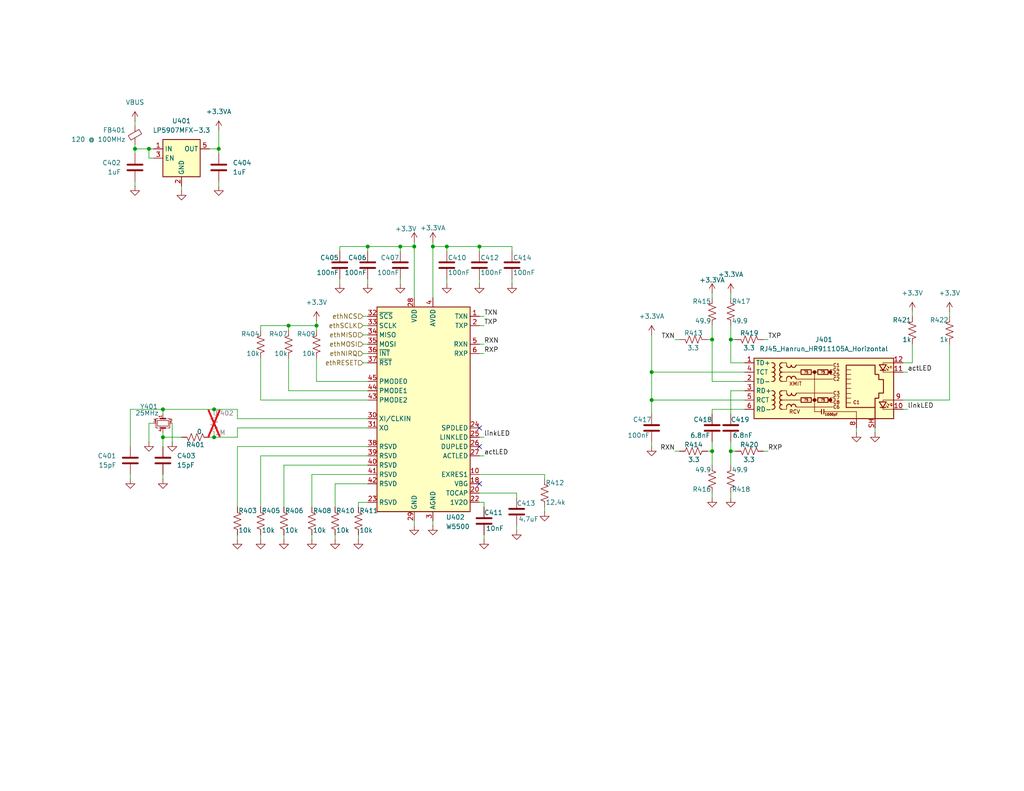
<source format=kicad_sch>
(kicad_sch (version 20250114) (generator "eeschema") (generator_version "9.0")
  (paper "USLetter")
  (title_block (date "2025-11-24") (company "WB7NAB"))
  (lib_symbols
    (symbol "Connector:RJ45_Hanrun_HR911105A_Horizontal"
      (property "Reference" "J" (at 18.415 10.16 0))
      (property "Value" "RJ45_Hanrun_HR911105A_Horizontal" (at -19.05 10.16 0))
      (symbol "RJ45_Hanrun_HR911105A_Horizontal_0_0"
        (circle (center -1.27 5.08) (radius 0.0001) (stroke (width 0.508)))
        (polyline (pts (xy -1.27 5.08) (xy -1.27 -5.715)))
        (circle (center -1.27 -2.54) (radius 0.0001) (stroke (width 0.508)))
        (polyline (pts (xy 0.635 -5.08) (xy 0.635 -6.35)) (stroke (width 0.254)))
        (polyline (pts (xy 1.27 -5.08) (xy 1.27 -6.35)) (stroke (width 0.254)))
        (polyline (pts (xy 3.048 5.08) (xy 2.54 5.08)))
        (circle (center 3.048 5.08) (radius 0.0001) (stroke (width 0.508)))
        (polyline (pts (xy 3.048 -2.54) (xy 2.54 -2.54)))
        (circle (center 3.048 -2.54) (radius 0.0001) (stroke (width 0.508)))
        (polyline (pts (xy 3.683 5.715) (xy 3.048 5.715) (xy 3.048 4.445) (xy 3.683 4.445)))
        (polyline (pts (xy 3.683 -1.905) (xy 3.048 -1.905) (xy 3.048 -3.175) (xy 3.683 -3.175)))
        (polyline (pts (xy 17.399 7.112) (xy 17.399 7.62) (xy 20.32 7.62)))
        (polyline (pts (xy 17.399 -3.048) (xy 17.399 -2.54) (xy 20.32 -2.54)))
        (polyline (pts (xy 20.32 5.08) (xy 17.399 5.08) (xy 17.399 5.588)))
        (polyline (pts (xy 20.32 -5.08) (xy 17.399 -5.08) (xy 17.399 -4.572)))
        (text "XMIT" (at -8.255 1.905 0) (effects (font (size 1.016 1.016)) (justify left)))
        (text "RCV" (at -8.255 -5.715 0) (effects (font (size 1.016 1.016)) (justify left)))
        (text "C1" (at 4.699 6.985 0) (effects (font (size 0.889 0.889))))
        (text "C4" (at 4.699 5.715 0) (effects (font (size 0.889 0.889))))
        (text "C5" (at 4.699 4.445 0) (effects (font (size 0.889 0.889))))
        (text "C2" (at 4.699 3.175 0) (effects (font (size 0.889 0.889))))
        (text "C3" (at 4.699 -0.635 0) (effects (font (size 0.889 0.889))))
        (text "C7" (at 4.699 -1.905 0) (effects (font (size 0.889 0.889))))
        (text "C8" (at 4.699 -3.175 0) (effects (font (size 0.889 0.889))))
        (text "C6" (at 4.699 -4.445 0) (effects (font (size 0.889 0.889))))
        (text "C1" (at 10.16 -3.175 0) (effects (font (size 0.889 0.889))))
      )
      (symbol "RJ45_Hanrun_HR911105A_Horizontal_0_1"
        (rectangle (start -17.78 8.89) (end 20.32 -7.62) (stroke (width 0.254)) (fill (type background)))
        (polyline (pts (xy -12.7 7.62) (xy -13.081 7.62)))
        (polyline (pts (xy -12.7 5.08) (xy -13.081 5.08)))
        (polyline (pts (xy -12.7 2.54) (xy -13.081 2.54)))
        (polyline (pts (xy -12.7 0) (xy -13.081 0)))
        (polyline (pts (xy -12.7 -2.54) (xy -13.081 -2.54)))
        (polyline (pts (xy -12.7 -5.08) (xy -13.081 -5.08)))
        (polyline (pts (xy -10.16 7.62) (xy -8.89 7.62) (xy -8.89 6.985)))
        (polyline (pts (xy -10.16 0) (xy -8.89 0) (xy -8.89 -0.635)))
        (polyline (pts (xy -8.89 3.175) (xy -8.89 2.54) (xy -10.16 2.54)))
        (polyline (pts (xy -8.89 -4.445) (xy -8.89 -5.08) (xy -10.16 -5.08)))
        (polyline (pts (xy -6.35 6.985) (xy 3.683 6.985)))
        (polyline (pts (xy -6.35 3.175) (xy 3.683 3.175)))
        (polyline (pts (xy -6.35 -4.445) (xy 3.683 -4.445)))
        (polyline (pts (xy -6.223 -0.635) (xy 3.683 -0.635)))
        (polyline (pts (xy -5.08 -2.54) (xy -10.16 -2.54)))
        (polyline (pts (xy -4.953 5.08) (xy -10.16 5.08)))
        (polyline (pts (xy -2.159 5.08) (xy -0.381 5.08)))
        (polyline (pts (xy -2.159 -2.54) (xy -0.381 -2.54)))
        (polyline (pts (xy 0.635 -5.715) (xy -1.27 -5.715)))
        (polyline (pts (xy 7.366 3.175) (xy 8.636 3.175)))
        (polyline (pts (xy 7.366 1.905) (xy 8.636 1.905)))
        (polyline (pts (xy 7.366 0.635) (xy 8.636 0.635)))
        (polyline (pts (xy 7.366 -0.762) (xy 8.636 -0.762)))
        (polyline (pts (xy 7.366 -2.032) (xy 8.636 -2.032)))
        (polyline (pts (xy 8.636 5.715) (xy 7.366 5.715)))
        (polyline (pts (xy 8.636 4.445) (xy 7.366 4.445)))
        (polyline (pts (xy 8.636 -3.302) (xy 7.366 -3.302)))
        (polyline (pts (xy 10.16 -5.715) (xy 1.27 -5.715)))
        (polyline (pts (xy 10.16 -5.715) (xy 10.16 -7.62)))
      )
      (symbol "RJ45_Hanrun_HR911105A_Horizontal_1_0"
        (text "1000pF" (at 3.302 -6.477 0) (effects (font (size 0.635 0.635))))
      )
      (symbol "RJ45_Hanrun_HR911105A_Horizontal_1_1"
        (arc (start -12.7 0) (mid -12.0677 -0.635) (end -12.7 -1.27) (stroke (width 0.254)))
        (arc (start -12.6973 7.62) (mid -12.065 6.985) (end -12.6973 6.35) (stroke (width 0.254)))
        (arc (start -12.6973 -1.27) (mid -12.065 -1.905) (end -12.6973 -2.54) (stroke (width 0.254)))
        (arc (start -12.6973 -2.54) (mid -12.065 -3.175) (end -12.6973 -3.81) (stroke (width 0.254)))
        (arc (start -12.6973 -3.81) (mid -12.065 -4.445) (end -12.6973 -5.08) (stroke (width 0.254)))
        (arc (start -12.6946 6.35) (mid -12.0623 5.715) (end -12.6946 5.08) (stroke (width 0.254)))
        (arc (start -12.6946 5.08) (mid -12.0623 4.445) (end -12.6946 3.81) (stroke (width 0.254)))
        (arc (start -12.6946 3.81) (mid -12.0623 3.175) (end -12.6946 2.54) (stroke (width 0.254)))
        (arc (start -10.1654 6.35) (mid -10.7977 6.985) (end -10.1654 7.62) (stroke (width 0.254)))
        (arc (start -10.1654 5.08) (mid -10.7977 5.715) (end -10.1654 6.35) (stroke (width 0.254)))
        (arc (start -10.1654 3.81) (mid -10.7977 4.445) (end -10.1654 5.08) (stroke (width 0.254)))
        (arc (start -10.1654 -1.27) (mid -10.7977 -0.635) (end -10.1654 0) (stroke (width 0.254)))
        (arc (start -10.1654 -2.54) (mid -10.7977 -1.905) (end -10.1654 -1.27) (stroke (width 0.254)))
        (arc (start -10.1654 -3.81) (mid -10.7977 -3.175) (end -10.1654 -2.54) (stroke (width 0.254)))
        (arc (start -10.1627 2.54) (mid -10.795 3.175) (end -10.1627 3.81) (stroke (width 0.254)))
        (arc (start -10.1627 -5.08) (mid -10.795 -4.445) (end -10.1627 -3.81) (stroke (width 0.254)))
        (arc (start -7.62 6.9823) (mid -8.255 6.35) (end -8.89 6.9823) (stroke (width 0.254)))
        (arc (start -8.89 3.3047) (mid -8.255 3.937) (end -7.62 3.3047) (stroke (width 0.254)))
        (arc (start -8.89 -4.3153) (mid -8.255 -3.683) (end -7.62 -4.3153) (stroke (width 0.254)))
        (arc (start -7.5565 -0.7012) (mid -8.1915 -1.3335) (end -8.8265 -0.7012) (stroke (width 0.254)))
        (arc (start -6.35 6.985) (mid -6.985 6.3527) (end -7.62 6.985) (stroke (width 0.254)))
        (arc (start -7.62 3.3074) (mid -6.985 3.9397) (end -6.35 3.3074) (stroke (width 0.254)))
        (arc (start -7.62 -4.3126) (mid -6.985 -3.6803) (end -6.35 -4.3126) (stroke (width 0.254)))
        (arc (start -6.2865 -0.6985) (mid -6.9215 -1.3308) (end -7.5565 -0.6985) (stroke (width 0.254)))
        (rectangle (start -4.953 5.715) (end -2.159 4.445) (stroke (width 0.254)))
        (rectangle (start -4.953 -1.905) (end -2.159 -3.175) (stroke (width 0.254)))
        (rectangle (start -0.381 5.715) (end 2.413 4.445) (stroke (width 0.254)))
        (rectangle (start -0.381 -1.905) (end 2.413 -3.175) (stroke (width 0.254)))
        (polyline (pts (xy 7.366 -4.572) (xy 7.366 6.985) (xy 15.24 6.985) (xy 15.24 4.445) (xy 16.256 4.445) (xy 16.256 3.048) (xy 17.526 3.048) (xy 17.526 -0.635) (xy 16.256 -0.635) (xy 16.256 -2.032) (xy 15.24 -2.032) (xy 15.24 -4.572) (xy 7.366 -4.572)) (stroke (width 0.254)))
        (polyline (pts (xy 15.24 -7.62) (xy 15.24 -4.572)) (stroke (width 0.254)))
        (polyline (pts (xy 18.161 5.588) (xy 16.637 5.588)) (stroke (width 0.254)))
        (polyline (pts (xy 18.161 -4.572) (xy 16.637 -4.572)) (stroke (width 0.254)))
        (polyline (pts (xy 18.288 7.112) (xy 16.383 7.112) (xy 17.399 5.588) (xy 18.288 7.112)) (stroke (width 0.254)))
        (polyline (pts (xy 18.288 6.096) (xy 18.796 5.588) (xy 18.542 5.588)))
        (polyline (pts (xy 18.288 -3.048) (xy 16.383 -3.048) (xy 17.399 -4.572) (xy 18.288 -3.048)) (stroke (width 0.254)))
        (polyline (pts (xy 18.288 -4.064) (xy 18.796 -4.572) (xy 18.542 -4.572)))
        (polyline (pts (xy 18.542 6.731) (xy 19.05 6.223) (xy 18.796 6.223)))
        (polyline (pts (xy 18.542 -3.429) (xy 19.05 -3.937) (xy 18.796 -3.937)))
        (polyline (pts (xy 18.796 5.588) (xy 18.796 5.842)))
        (polyline (pts (xy 18.796 -4.572) (xy 18.796 -4.318)))
        (polyline (pts (xy 19.05 6.223) (xy 19.05 6.477)))
        (polyline (pts (xy 19.05 -3.937) (xy 19.05 -3.683)))
        (text "75" (at -3.556 5.08 0) (effects (font (size 0.635 0.635))))
        (text "75" (at -3.556 -2.54 0) (effects (font (size 0.635 0.635))))
        (text "75" (at 1.016 5.08 0) (effects (font (size 0.635 0.635))))
        (text "75" (at 1.016 -2.54 0) (effects (font (size 0.635 0.635))))
        (text "Y" (at 19.558 6.35 0) (effects (font (size 0.635 0.635))))
        (text "G" (at 19.685 -3.81 0) (effects (font (size 0.635 0.635))))
        (pin passive line (at -20.32 7.62 0) (length 2.54) (name "TD+") (number "1"))
        (pin passive line (at -20.32 5.08 0) (length 2.54) (name "TCT") (number "4"))
        (pin passive line (at -20.32 2.54 0) (length 2.54) (name "TD-") (number "2"))
        (pin passive line (at -20.32 0 0) (length 2.54) (name "RD+") (number "3"))
        (pin passive line (at -20.32 -2.54 0) (length 2.54) (name "RCT") (number "5"))
        (pin passive line (at -20.32 -5.08 0) (length 2.54) (name "RD-") (number "6"))
        (pin power_in line (at 10.16 -10.16 90) (length 2.54) (name "") (number "8"))
        (pin passive line (at 15.24 -10.16 90) (length 2.54) (name "") (number "SH"))
        (pin no_connect line (at 20.32 0 0) (length 0) (hide yes) (name "NC") (number "7"))
        (pin passive line (at 22.86 7.62 180) (length 2.54) (name "") (number "12"))
        (pin passive line (at 22.86 5.08 180) (length 2.54) (name "") (number "11"))
        (pin passive line (at 22.86 -2.54 180) (length 2.54) (name "") (number "9"))
        (pin passive line (at 22.86 -5.08 180) (length 2.54) (name "") (number "10"))
      )
    )
    (symbol "Device:C" (pin_numbers (hide yes)) (pin_names (offset 0.254))
      (property "Reference" "C" (at 0.635 2.54 0))
      (property "Value" "C" (at 0.635 -2.54 0))
      (symbol "C_0_1"
        (polyline (pts (xy -2.032 0.762) (xy 2.032 0.762)) (stroke (width 0.508)))
        (polyline (pts (xy -2.032 -0.762) (xy 2.032 -0.762)) (stroke (width 0.508)))
      )
      (symbol "C_1_1"
        (pin passive line (at 0 3.81 270) (length 2.794) (name "~") (number "1"))
        (pin passive line (at 0 -3.81 90) (length 2.794) (name "~") (number "2"))
      )
    )
    (symbol "Device:Crystal_GND23_Small" (pin_names (offset 1.016) (hide yes))
      (property "Reference" "Y" (at 1.27 4.445 0))
      (property "Value" "Crystal_GND23_Small" (at 1.27 2.54 0))
      (symbol "Crystal_GND23_Small_0_1"
        (polyline (pts (xy -1.27 1.27) (xy -1.27 1.905) (xy 1.27 1.905) (xy 1.27 1.27)))
        (polyline (pts (xy -1.27 -0.762) (xy -1.27 0.762)) (stroke (width 0.381)))
        (polyline (pts (xy -1.27 -1.27) (xy -1.27 -1.905) (xy 1.27 -1.905) (xy 1.27 -1.27)))
        (rectangle (start -0.762 -1.524) (end 0.762 1.524))
        (polyline (pts (xy 1.27 -0.762) (xy 1.27 0.762)) (stroke (width 0.381)))
      )
      (symbol "Crystal_GND23_Small_1_1"
        (pin passive line (at -2.54 0 0) (length 1.27) (name "1") (number "1"))
        (pin passive line (at 0 2.54 270) (length 0.635) (name "3") (number "3"))
        (pin passive line (at 0 -2.54 90) (length 0.635) (name "2") (number "2"))
        (pin passive line (at 2.54 0 180) (length 1.27) (name "4") (number "4"))
      )
    )
    (symbol "Device:FerriteBead_Small" (pin_numbers (hide yes)) (pin_names (offset 0))
      (property "Reference" "FB" (at 1.905 1.27 0))
      (property "Value" "FerriteBead_Small" (at 1.905 -1.27 0))
      (symbol "FerriteBead_Small_0_1"
        (polyline (pts (xy -1.8288 0.2794) (xy -1.1176 1.4986) (xy 1.8288 -0.2032) (xy 1.1176 -1.4224) (xy -1.8288 0.2794)))
        (polyline (pts (xy 0 0.889) (xy 0 1.2954)))
        (polyline (pts (xy 0 -1.27) (xy 0 -0.7874)))
      )
      (symbol "FerriteBead_Small_1_1"
        (pin passive line (at 0 2.54 270) (length 1.27) (name "~") (number "1"))
        (pin passive line (at 0 -2.54 90) (length 1.27) (name "~") (number "2"))
      )
    )
    (symbol "Device:R_US" (pin_numbers (hide yes)) (pin_names (offset 0))
      (property "Reference" "R" (at 2.54 0 90))
      (property "Value" "R_US" (at -2.54 0 90))
      (symbol "R_US_0_1"
        (polyline (pts (xy 0 2.286) (xy 0 2.54)))
        (polyline (pts (xy 0 2.286) (xy 1.016 1.905) (xy 0 1.524) (xy -1.016 1.143) (xy 0 0.762)))
        (polyline (pts (xy 0 0.762) (xy 1.016 0.381) (xy 0 0) (xy -1.016 -0.381) (xy 0 -0.762)))
        (polyline (pts (xy 0 -0.762) (xy 1.016 -1.143) (xy 0 -1.524) (xy -1.016 -1.905) (xy 0 -2.286)))
        (polyline (pts (xy 0 -2.286) (xy 0 -2.54)))
      )
      (symbol "R_US_1_1"
        (pin passive line (at 0 3.81 270) (length 1.27) (name "~") (number "1"))
        (pin passive line (at 0 -3.81 90) (length 1.27) (name "~") (number "2"))
      )
    )
    (symbol "Interface_Ethernet:W5500"
      (property "Reference" "U" (at -11.43 29.21 0))
      (property "Value" "W5500" (at 8.89 29.21 0))
      (symbol "W5500_0_1"
        (rectangle (start -12.7 27.94) (end 12.7 -27.94) (stroke (width 0.254)) (fill (type background)))
      )
      (symbol "W5500_1_1"
        (pin input line (at -15.24 25.4 0) (length 2.54) (name "~{SCS}") (number "32"))
        (pin input line (at -15.24 22.86 0) (length 2.54) (name "SCLK") (number "33"))
        (pin output line (at -15.24 20.32 0) (length 2.54) (name "MISO") (number "34"))
        (pin input line (at -15.24 17.78 0) (length 2.54) (name "MOSI") (number "35"))
        (pin input line (at -15.24 15.24 0) (length 2.54) (name "~{INT}") (number "36"))
        (pin input line (at -15.24 12.7 0) (length 2.54) (name "~{RST}") (number "37"))
        (pin input line (at -15.24 7.62 0) (length 2.54) (name "PMODE0") (number "45"))
        (pin input line (at -15.24 5.08 0) (length 2.54) (name "PMODE1") (number "44"))
        (pin input line (at -15.24 2.54 0) (length 2.54) (name "PMODE2") (number "43"))
        (pin input line (at -15.24 -2.54 0) (length 2.54) (name "XI/CLKIN") (number "30"))
        (pin output line (at -15.24 -5.08 0) (length 2.54) (name "XO") (number "31"))
        (pin input line (at -15.24 -10.16 0) (length 2.54) (name "RSVD") (number "38"))
        (pin input line (at -15.24 -12.7 0) (length 2.54) (name "RSVD") (number "39"))
        (pin input line (at -15.24 -15.24 0) (length 2.54) (name "RSVD") (number "40"))
        (pin input line (at -15.24 -17.78 0) (length 2.54) (name "RSVD") (number "41"))
        (pin input line (at -15.24 -20.32 0) (length 2.54) (name "RSVD") (number "42"))
        (pin input line (at -15.24 -25.4 0) (length 2.54) (name "RSVD") (number "23"))
        (pin power_in line (at -2.54 30.48 270) (length 2.54) (name "VDD") (number "28"))
        (pin power_in line (at -2.54 -30.48 90) (length 2.54) (name "GND") (number "29"))
        (pin passive line (at 2.54 30.48 270) (length 2.54) (hide yes) (name "AVDD") (number "11"))
        (pin passive line (at 2.54 30.48 270) (length 2.54) (hide yes) (name "AVDD") (number "15"))
        (pin passive line (at 2.54 30.48 270) (length 2.54) (hide yes) (name "AVDD") (number "17"))
        (pin passive line (at 2.54 30.48 270) (length 2.54) (hide yes) (name "AVDD") (number "21"))
        (pin power_in line (at 2.54 30.48 270) (length 2.54) (name "AVDD") (number "4"))
        (pin passive line (at 2.54 30.48 270) (length 2.54) (hide yes) (name "AVDD") (number "8"))
        (pin passive line (at 2.54 -30.48 90) (length 2.54) (hide yes) (name "AGND") (number "14"))
        (pin passive line (at 2.54 -30.48 90) (length 2.54) (hide yes) (name "AGND") (number "16"))
        (pin passive line (at 2.54 -30.48 90) (length 2.54) (hide yes) (name "AGND") (number "19"))
        (pin power_in line (at 2.54 -30.48 90) (length 2.54) (name "AGND") (number "3"))
        (pin passive line (at 2.54 -30.48 90) (length 2.54) (hide yes) (name "AGND") (number "48"))
        (pin passive line (at 2.54 -30.48 90) (length 2.54) (hide yes) (name "AGND") (number "9"))
        (pin no_connect line (at 12.7 10.16 180) (length 2.54) (hide yes) (name "DNC") (number "7"))
        (pin no_connect line (at 12.7 7.62 180) (length 2.54) (hide yes) (name "NC") (number "12"))
        (pin no_connect line (at 12.7 5.08 180) (length 2.54) (hide yes) (name "NC") (number "13"))
        (pin no_connect line (at 12.7 2.54 180) (length 2.54) (hide yes) (name "NC") (number "46"))
        (pin no_connect line (at 12.7 0 180) (length 2.54) (hide yes) (name "NC") (number "47"))
        (pin output line (at 15.24 25.4 180) (length 2.54) (name "TXN") (number "1"))
        (pin output line (at 15.24 22.86 180) (length 2.54) (name "TXP") (number "2"))
        (pin input line (at 15.24 17.78 180) (length 2.54) (name "RXN") (number "5"))
        (pin input line (at 15.24 15.24 180) (length 2.54) (name "RXP") (number "6"))
        (pin output line (at 15.24 -5.08 180) (length 2.54) (name "SPDLED") (number "24"))
        (pin output line (at 15.24 -7.62 180) (length 2.54) (name "LINKLED") (number "25"))
        (pin output line (at 15.24 -10.16 180) (length 2.54) (name "DUPLED") (number "26"))
        (pin output line (at 15.24 -12.7 180) (length 2.54) (name "ACTLED") (number "27"))
        (pin passive line (at 15.24 -17.78 180) (length 2.54) (name "EXRES1") (number "10"))
        (pin passive line (at 15.24 -20.32 180) (length 2.54) (name "VBG") (number "18"))
        (pin passive line (at 15.24 -22.86 180) (length 2.54) (name "TOCAP") (number "20"))
        (pin output line (at 15.24 -25.4 180) (length 2.54) (name "1V2O") (number "22"))
      )
    )
    (symbol "Regulator_Linear:LP5907MFX-3.3"
      (property "Reference" "U" (at -3.81 6.35 0))
      (property "Value" "LP5907MFX-3.3" (at 6.35 6.35 0))
      (symbol "LP5907MFX-3.3_0_1"
        (rectangle (start -5.08 -5.08) (end 5.08 5.08) (stroke (width 0.254)) (fill (type background)))
        (pin power_in line (at -7.62 2.54 0) (length 2.54) (name "IN") (number "1"))
        (pin input line (at -7.62 0 0) (length 2.54) (name "EN") (number "3"))
        (pin power_in line (at 0 -7.62 90) (length 2.54) (name "GND") (number "2"))
        (pin no_connect line (at 5.08 0 180) (length 2.54) (hide yes) (name "NC") (number "4"))
        (pin power_out line (at 7.62 2.54 180) (length 2.54) (name "OUT") (number "5"))
      )
    )
    (symbol "power:+3.3V" (power) (pin_numbers (hide yes)) (pin_names (offset 0) (hide yes))
      (property "Value" "+3.3V" (at 0 3.556 0))
      (symbol "+3.3V_0_1"
        (polyline (pts (xy -0.762 1.27) (xy 0 2.54)))
        (polyline (pts (xy 0 2.54) (xy 0.762 1.27)))
        (polyline (pts (xy 0 0) (xy 0 2.54)))
      )
      (symbol "+3.3V_1_1"
        (pin power_in line (at 0 0 90) (length 0) (name "~") (number "1"))
      )
    )
    (symbol "power:+3.3VA" (power) (pin_numbers (hide yes)) (pin_names (offset 0) (hide yes))
      (property "Value" "+3.3VA" (at 0 3.556 0))
      (symbol "+3.3VA_0_1"
        (polyline (pts (xy -0.762 1.27) (xy 0 2.54)))
        (polyline (pts (xy 0 2.54) (xy 0.762 1.27)))
        (polyline (pts (xy 0 0) (xy 0 2.54)))
      )
      (symbol "+3.3VA_1_1"
        (pin power_in line (at 0 0 90) (length 0) (name "~") (number "1"))
      )
    )
    (symbol "power:GND" (power) (pin_numbers (hide yes)) (pin_names (offset 0) (hide yes))
      (property "Value" "GND" (at 0 -3.81 0))
      (symbol "GND_0_1"
        (polyline (pts (xy 0 0) (xy 0 -1.27) (xy 1.27 -1.27) (xy 0 -2.54) (xy -1.27 -1.27) (xy 0 -1.27)))
      )
      (symbol "GND_1_1"
        (pin power_in line (at 0 0 270) (length 0) (name "~") (number "1"))
      )
    )
    (symbol "power:VBUS" (power) (pin_numbers (hide yes)) (pin_names (offset 0) (hide yes))
      (property "Value" "VBUS" (at 0 3.556 0))
      (symbol "VBUS_0_1"
        (polyline (pts (xy -0.762 1.27) (xy 0 2.54)))
        (polyline (pts (xy 0 2.54) (xy 0.762 1.27)))
        (polyline (pts (xy 0 0) (xy 0 2.54)))
      )
      (symbol "VBUS_1_1"
        (pin power_in line (at 0 0 90) (length 0) (name "~") (number "1"))
      )
    )
  )
  (junction (at 130.81 67.31))
  (junction (at 121.92 67.31))
  (junction (at 36.83 40.64))
  (junction (at 194.31 92.71))
  (junction (at 194.31 123.19))
  (junction (at 118.11 67.31))
  (junction (at 86.36 88.9))
  (junction (at 44.45 119.38))
  (junction (at 78.74 88.9))
  (junction (at 40.64 40.64))
  (junction (at 199.39 92.71))
  (junction (at 113.03 67.31))
  (junction (at 58.42 119.38))
  (junction (at 177.8 101.6))
  (junction (at 44.45 111.76))
  (junction (at 177.8 109.22))
  (junction (at 199.39 123.19))
  (junction (at 100.33 67.31))
  (junction (at 59.69 40.64))
  (junction (at 58.42 111.76))
  (junction (at 109.22 67.31))
  (no_connect (at 130.81 132.08))
  (no_connect (at 130.81 121.92))
  (no_connect (at 130.81 116.84))
  (wire (pts (xy 40.64 43.18) (xy 40.64 40.64)))
  (wire (pts (xy 44.45 119.38) (xy 49.53 119.38)))
  (wire (pts (xy 71.12 146.05) (xy 71.12 147.32)))
  (wire (pts (xy 194.31 113.03) (xy 194.31 111.76)))
  (wire (pts (xy 64.77 116.84) (xy 100.33 116.84)))
  (wire (pts (xy 64.77 114.3) (xy 100.33 114.3)))
  (wire (pts (xy 130.81 96.52) (xy 132.08 96.52)))
  (wire (pts (xy 199.39 123.19) (xy 199.39 127)))
  (wire (pts (xy 86.36 97.79) (xy 86.36 104.14)))
  (wire (pts (xy 199.39 92.71) (xy 199.39 88.9)))
  (wire (pts (xy 130.81 119.38) (xy 132.08 119.38)))
  (wire (pts (xy 99.06 86.36) (xy 100.33 86.36)))
  (wire (pts (xy 41.91 43.18) (xy 40.64 43.18)))
  (wire (pts (xy 194.31 111.76) (xy 203.2 111.76)))
  (wire (pts (xy 71.12 90.17) (xy 71.12 88.9)))
  (wire (pts (xy 64.77 111.76) (xy 64.77 114.3)))
  (wire (pts (xy 248.92 85.09) (xy 248.92 86.36)))
  (wire (pts (xy 121.92 76.2) (xy 121.92 77.47)))
  (wire (pts (xy 246.38 101.6) (xy 247.65 101.6)))
  (wire (pts (xy 140.97 143.51) (xy 140.97 144.78)))
  (wire (pts (xy 92.71 67.31) (xy 100.33 67.31)))
  (wire (pts (xy 99.06 96.52) (xy 100.33 96.52)))
  (wire (pts (xy 109.22 76.2) (xy 109.22 77.47)))
  (wire (pts (xy 130.81 86.36) (xy 132.08 86.36)))
  (wire (pts (xy 130.81 137.16) (xy 132.08 137.16)))
  (wire (pts (xy 35.56 121.92) (xy 35.56 111.76)))
  (wire (pts (xy 71.12 124.46) (xy 71.12 138.43)))
  (wire (pts (xy 199.39 92.71) (xy 199.39 99.06)))
  (wire (pts (xy 113.03 66.04) (xy 113.03 67.31)))
  (wire (pts (xy 177.8 120.65) (xy 177.8 121.92)))
  (wire (pts (xy 36.83 39.37) (xy 36.83 40.64)))
  (wire (pts (xy 36.83 41.91) (xy 36.83 40.64)))
  (wire (pts (xy 109.22 67.31) (xy 113.03 67.31)))
  (wire (pts (xy 100.33 129.54) (xy 85.09 129.54)))
  (wire (pts (xy 100.33 67.31) (xy 100.33 68.58)))
  (wire (pts (xy 59.69 40.64) (xy 59.69 41.91)))
  (wire (pts (xy 35.56 111.76) (xy 44.45 111.76)))
  (wire (pts (xy 130.81 134.62) (xy 140.97 134.62)))
  (wire (pts (xy 148.59 129.54) (xy 130.81 129.54)))
  (wire (pts (xy 194.31 127) (xy 194.31 123.19)))
  (wire (pts (xy 97.79 146.05) (xy 97.79 147.32)))
  (wire (pts (xy 177.8 91.44) (xy 177.8 101.6)))
  (wire (pts (xy 91.44 132.08) (xy 91.44 138.43)))
  (wire (pts (xy 199.39 80.01) (xy 199.39 81.28)))
  (wire (pts (xy 44.45 118.11) (xy 44.45 119.38)))
  (wire (pts (xy 194.31 88.9) (xy 194.31 92.71)))
  (wire (pts (xy 132.08 146.05) (xy 132.08 147.32)))
  (wire (pts (xy 92.71 76.2) (xy 92.71 77.47)))
  (wire (pts (xy 64.77 146.05) (xy 64.77 147.32)))
  (wire (pts (xy 203.2 99.06) (xy 199.39 99.06)))
  (wire (pts (xy 85.09 146.05) (xy 85.09 147.32)))
  (wire (pts (xy 99.06 99.06) (xy 100.33 99.06)))
  (wire (pts (xy 99.06 93.98) (xy 100.33 93.98)))
  (wire (pts (xy 78.74 97.79) (xy 78.74 106.68)))
  (wire (pts (xy 46.99 115.57) (xy 46.99 120.65)))
  (wire (pts (xy 44.45 113.03) (xy 44.45 111.76)))
  (wire (pts (xy 86.36 88.9) (xy 86.36 90.17)))
  (wire (pts (xy 40.64 40.64) (xy 41.91 40.64)))
  (wire (pts (xy 118.11 67.31) (xy 118.11 81.28)))
  (wire (pts (xy 86.36 88.9) (xy 86.36 87.63)))
  (wire (pts (xy 199.39 135.89) (xy 199.39 134.62)))
  (wire (pts (xy 71.12 109.22) (xy 100.33 109.22)))
  (wire (pts (xy 118.11 142.24) (xy 118.11 143.51)))
  (wire (pts (xy 97.79 138.43) (xy 97.79 137.16)))
  (wire (pts (xy 49.53 50.8) (xy 49.53 52.07)))
  (wire (pts (xy 100.33 67.31) (xy 109.22 67.31)))
  (wire (pts (xy 177.8 109.22) (xy 203.2 109.22)))
  (wire (pts (xy 57.15 119.38) (xy 58.42 119.38)))
  (wire (pts (xy 36.83 40.64) (xy 40.64 40.64)))
  (wire (pts (xy 132.08 137.16) (xy 132.08 138.43)))
  (wire (pts (xy 77.47 146.05) (xy 77.47 147.32)))
  (wire (pts (xy 109.22 67.31) (xy 109.22 68.58)))
  (wire (pts (xy 118.11 67.31) (xy 121.92 67.31)))
  (wire (pts (xy 177.8 101.6) (xy 177.8 109.22)))
  (wire (pts (xy 130.81 93.98) (xy 132.08 93.98)))
  (wire (pts (xy 177.8 101.6) (xy 203.2 101.6)))
  (wire (pts (xy 194.31 123.19) (xy 194.31 120.65)))
  (wire (pts (xy 194.31 135.89) (xy 194.31 134.62)))
  (wire (pts (xy 184.15 92.71) (xy 185.42 92.71)))
  (wire (pts (xy 64.77 121.92) (xy 64.77 138.43)))
  (wire (pts (xy 148.59 138.43) (xy 148.59 139.7)))
  (wire (pts (xy 97.79 137.16) (xy 100.33 137.16)))
  (wire (pts (xy 184.15 123.19) (xy 185.42 123.19)))
  (wire (pts (xy 148.59 130.81) (xy 148.59 129.54)))
  (wire (pts (xy 233.68 116.84) (xy 233.68 118.11)))
  (wire (pts (xy 199.39 120.65) (xy 199.39 123.19)))
  (wire (pts (xy 36.83 33.02) (xy 36.83 34.29)))
  (wire (pts (xy 59.69 35.56) (xy 59.69 40.64)))
  (wire (pts (xy 209.55 123.19) (xy 208.28 123.19)))
  (wire (pts (xy 259.08 85.09) (xy 259.08 86.36)))
  (wire (pts (xy 113.03 142.24) (xy 113.03 143.51)))
  (wire (pts (xy 199.39 106.68) (xy 199.39 113.03)))
  (wire (pts (xy 100.33 124.46) (xy 71.12 124.46)))
  (wire (pts (xy 92.71 68.58) (xy 92.71 67.31)))
  (wire (pts (xy 130.81 67.31) (xy 130.81 68.58)))
  (wire (pts (xy 194.31 80.01) (xy 194.31 81.28)))
  (wire (pts (xy 100.33 132.08) (xy 91.44 132.08)))
  (wire (pts (xy 199.39 123.19) (xy 200.66 123.19)))
  (wire (pts (xy 100.33 76.2) (xy 100.33 77.47)))
  (wire (pts (xy 85.09 129.54) (xy 85.09 138.43)))
  (wire (pts (xy 78.74 88.9) (xy 78.74 90.17)))
  (wire (pts (xy 100.33 127) (xy 77.47 127)))
  (wire (pts (xy 238.76 116.84) (xy 238.76 118.11)))
  (wire (pts (xy 113.03 67.31) (xy 113.03 81.28)))
  (wire (pts (xy 44.45 129.54) (xy 44.45 130.81)))
  (wire (pts (xy 248.92 93.98) (xy 248.92 99.06)))
  (wire (pts (xy 140.97 134.62) (xy 140.97 135.89)))
  (wire (pts (xy 41.91 115.57) (xy 40.64 115.57)))
  (wire (pts (xy 78.74 88.9) (xy 86.36 88.9)))
  (wire (pts (xy 99.06 91.44) (xy 100.33 91.44)))
  (wire (pts (xy 58.42 119.38) (xy 64.77 119.38)))
  (wire (pts (xy 64.77 119.38) (xy 64.77 116.84)))
  (wire (pts (xy 44.45 119.38) (xy 44.45 121.92)))
  (wire (pts (xy 246.38 111.76) (xy 247.65 111.76)))
  (wire (pts (xy 194.31 104.14) (xy 203.2 104.14)))
  (wire (pts (xy 193.04 123.19) (xy 194.31 123.19)))
  (wire (pts (xy 77.47 127) (xy 77.47 138.43)))
  (wire (pts (xy 44.45 111.76) (xy 58.42 111.76)))
  (wire (pts (xy 208.28 92.71) (xy 209.55 92.71)))
  (wire (pts (xy 130.81 124.46) (xy 132.08 124.46)))
  (wire (pts (xy 259.08 109.22) (xy 246.38 109.22)))
  (wire (pts (xy 193.04 92.71) (xy 194.31 92.71)))
  (wire (pts (xy 40.64 115.57) (xy 40.64 120.65)))
  (wire (pts (xy 121.92 67.31) (xy 130.81 67.31)))
  (wire (pts (xy 259.08 93.98) (xy 259.08 109.22)))
  (wire (pts (xy 248.92 99.06) (xy 246.38 99.06)))
  (wire (pts (xy 130.81 67.31) (xy 139.7 67.31)))
  (wire (pts (xy 130.81 76.2) (xy 130.81 77.47)))
  (wire (pts (xy 86.36 104.14) (xy 100.33 104.14)))
  (wire (pts (xy 130.81 88.9) (xy 132.08 88.9)))
  (wire (pts (xy 59.69 49.53) (xy 59.69 50.8)))
  (wire (pts (xy 35.56 129.54) (xy 35.56 130.81)))
  (wire (pts (xy 71.12 97.79) (xy 71.12 109.22)))
  (wire (pts (xy 71.12 88.9) (xy 78.74 88.9)))
  (wire (pts (xy 121.92 67.31) (xy 121.92 68.58)))
  (wire (pts (xy 177.8 109.22) (xy 177.8 113.03)))
  (wire (pts (xy 91.44 146.05) (xy 91.44 147.32)))
  (wire (pts (xy 118.11 66.04) (xy 118.11 67.31)))
  (wire (pts (xy 200.66 92.71) (xy 199.39 92.71)))
  (wire (pts (xy 58.42 111.76) (xy 64.77 111.76)))
  (wire (pts (xy 139.7 67.31) (xy 139.7 68.58)))
  (wire (pts (xy 57.15 40.64) (xy 59.69 40.64)))
  (wire (pts (xy 199.39 106.68) (xy 203.2 106.68)))
  (wire (pts (xy 78.74 106.68) (xy 100.33 106.68)))
  (wire (pts (xy 99.06 88.9) (xy 100.33 88.9)))
  (wire (pts (xy 139.7 76.2) (xy 139.7 77.47)))
  (wire (pts (xy 36.83 49.53) (xy 36.83 50.8)))
  (wire (pts (xy 194.31 92.71) (xy 194.31 104.14)))
  (wire (pts (xy 100.33 121.92) (xy 64.77 121.92)))
  (label "TXN" (at 132.08 86.36 0))
  (label "RXP" (at 132.08 96.52 0))
  (label "RXN" (at 184.15 123.19 180))
  (label "actLED" (at 247.65 101.6 0))
  (label "TXN" (at 184.15 92.71 180))
  (label "TXP" (at 132.08 88.9 0))
  (label "TXP" (at 209.55 92.71 0))
  (label "actLED" (at 132.08 124.46 0))
  (label "RXP" (at 209.55 123.19 0))
  (label "linkLED" (at 132.08 119.38 0))
  (label "linkLED" (at 247.65 111.76 0))
  (label "RXN" (at 132.08 93.98 0))
  (hierarchical_label "ethNIRQ" (shape input) (at 99.06 96.52 180))
  (hierarchical_label "ethMISO" (shape input) (at 99.06 91.44 180))
  (hierarchical_label "ethRESET" (shape input) (at 99.06 99.06 180))
  (hierarchical_label "ethNCS" (shape input) (at 99.06 86.36 180))
  (hierarchical_label "ethMOSI" (shape input) (at 99.06 93.98 180))
  (hierarchical_label "ethSCLK" (shape input) (at 99.06 88.9 180))
  (symbol (lib_id "Device:R_US") (at 259.08 90.17 0) (mirror y) (unit 1)
    (property "Reference" "R422" (at 258.826 87.376 0) (effects (justify left)))
    (property "Value" "1k" (at 258.826 92.71 0) (effects (justify left)))
    (property "Footprint" "Resistor_SMD:R_0603_1608Metric" (effects (hide yes)))
    (property "Description" "Resistor, US symbol" (effects (hide yes)))
  )
  (symbol (lib_id "Device:R_US") (at 204.47 123.19 90) (mirror x) (unit 1)
    (property "Reference" "R420" (at 207.01 121.412 90) (effects (justify left)))
    (property "Value" "3.3" (at 205.994 125.476 90) (effects (justify left)))
    (property "Footprint" "Resistor_SMD:R_0603_1608Metric" (effects (hide yes)))
    (property "Description" "Resistor, US symbol" (effects (hide yes)))
  )
  (symbol (lib_id "Device:R_US") (at 199.39 130.81 0) (mirror x) (unit 1)
    (property "Reference" "R418" (at 199.644 133.604 0) (effects (justify left)))
    (property "Value" "49.9" (at 199.644 128.27 0) (effects (justify left)))
    (property "Footprint" "Resistor_SMD:R_0603_1608Metric" (effects (hide yes)))
    (property "Description" "Resistor, US symbol" (effects (hide yes)))
  )
  (symbol (lib_id "power:GND") (at 59.69 50.8 0) (unit 1)
    (property "Reference" "#PWR0409" (effects (hide yes)))
    (property "Value" "GND" (effects (hide yes)))
    (property "Description" "Power symbol creates a global label with name \"GND\" , ground" (effects (hide yes)))
  )
  (symbol (lib_id "power:GND") (at 132.08 147.32 0) (unit 1)
    (property "Reference" "#PWR0427" (effects (hide yes)))
    (property "Value" "GND" (effects (hide yes)))
    (property "Description" "Power symbol creates a global label with name \"GND\" , ground" (effects (hide yes)))
  )
  (symbol (lib_id "power:GND") (at 199.39 135.89 0) (unit 1)
    (property "Reference" "#PWR0439" (effects (hide yes)))
    (property "Value" "GND" (effects (hide yes)))
    (property "Description" "Power symbol creates a global label with name \"GND\" , ground" (effects (hide yes)))
  )
  (symbol (lib_id "Device:R_US") (at 194.31 130.81 180) (unit 1)
    (property "Reference" "R416" (at 194.056 133.604 0) (effects (justify left)))
    (property "Value" "49.9" (at 194.056 128.27 0) (effects (justify left)))
    (property "Footprint" "Resistor_SMD:R_0603_1608Metric" (effects (hide yes)))
    (property "Description" "Resistor, US symbol" (effects (hide yes)))
  )
  (symbol (lib_id "power:+3.3VA") (at 59.69 35.56 0) (unit 1)
    (property "Reference" "#PWR0408" (effects (hide yes)))
    (property "Value" "+3.3VA" (at 59.69 30.48 0))
    (property "Description" "Power symbol creates a global label with name \"+3.3VA\"" (effects (hide yes)))
  )
  (symbol (lib_id "power:GND") (at 100.33 77.47 0) (unit 1)
    (property "Reference" "#PWR0414" (effects (hide yes)))
    (property "Value" "GND" (effects (hide yes)))
    (property "Description" "Power symbol creates a global label with name \"GND\" , ground" (effects (hide yes)))
  )
  (symbol (lib_id "power:GND") (at 64.77 147.32 0) (unit 1)
    (property "Reference" "#PWR0410" (effects (hide yes)))
    (property "Value" "GND" (effects (hide yes)))
    (property "Description" "Power symbol creates a global label with name \"GND\" , ground" (effects (hide yes)))
  )
  (symbol (lib_id "Device:R_US") (at 64.77 142.24 0) (unit 1)
    (property "Reference" "R403" (at 65.024 139.446 0) (effects (justify left)))
    (property "Value" "10k" (at 65.024 144.78 0) (effects (justify left)))
    (property "Footprint" "Resistor_SMD:R_0603_1608Metric" (effects (hide yes)))
    (property "Description" "Resistor, US symbol" (effects (hide yes)))
  )
  (symbol (lib_id "power:+3.3VA") (at 199.39 80.01 0) (unit 1)
    (property "Reference" "#PWR0438" (effects (hide yes)))
    (property "Value" "+3.3VA" (at 199.39 74.93 0))
    (property "Description" "Power symbol creates a global label with name \"+3.3VA\"" (effects (hide yes)))
  )
  (symbol (lib_id "power:VBUS") (at 36.83 33.02 0) (unit 1)
    (property "Reference" "#PWR0402" (effects (hide yes)))
    (property "Value" "VBUS" (at 36.83 27.94 0))
    (property "Description" "Power symbol creates a global label with name \"VBUS\"" (effects (hide yes)))
  )
  (symbol (lib_id "Device:C") (at 92.71 72.39 0) (unit 1)
    (property "Reference" "C405" (at 92.456 70.358 0) (effects (justify right)))
    (property "Value" "100nF" (at 92.456 74.422 0) (effects (justify right)))
    (property "Footprint" "Capacitor_SMD:C_0603_1608Metric" (effects (hide yes)))
    (property "Description" "Unpolarized capacitor" (effects (hide yes)))
  )
  (symbol (lib_id "Device:C") (at 194.31 116.84 0) (unit 1)
    (property "Reference" "C418" (at 194.31 114.554 0) (effects (justify right)))
    (property "Value" "6.8nF" (at 193.802 118.872 0) (effects (justify right)))
    (property "Footprint" "Capacitor_SMD:C_0603_1608Metric" (effects (hide yes)))
    (property "Description" "Unpolarized capacitor" (effects (hide yes)))
  )
  (symbol (lib_id "power:+3.3V") (at 248.92 85.09 0) (unit 1)
    (property "Reference" "#PWR0442" (effects (hide yes)))
    (property "Value" "+3.3V" (at 248.92 80.01 0))
    (property "Description" "Power symbol creates a global label with name \"+3.3V\"" (effects (hide yes)))
  )
  (symbol (lib_id "power:GND") (at 194.31 135.89 0) (unit 1)
    (property "Reference" "#PWR0437" (effects (hide yes)))
    (property "Value" "GND" (effects (hide yes)))
    (property "Description" "Power symbol creates a global label with name \"GND\" , ground" (effects (hide yes)))
  )
  (symbol (lib_id "power:GND") (at 92.71 77.47 0) (unit 1)
    (property "Reference" "#PWR0412" (effects (hide yes)))
    (property "Value" "GND" (effects (hide yes)))
    (property "Description" "Power symbol creates a global label with name \"GND\" , ground" (effects (hide yes)))
  )
  (symbol (lib_id "power:GND") (at 77.47 147.32 0) (unit 1)
    (property "Reference" "#PWR0413" (effects (hide yes)))
    (property "Value" "GND" (effects (hide yes)))
    (property "Description" "Power symbol creates a global label with name \"GND\" , ground" (effects (hide yes)))
  )
  (symbol (lib_id "Device:C") (at 177.8 116.84 0) (unit 1)
    (property "Reference" "C417" (at 177.8 114.554 0) (effects (justify right)))
    (property "Value" "100nF" (at 177.292 118.872 0) (effects (justify right)))
    (property "Footprint" "Capacitor_SMD:C_0603_1608Metric" (effects (hide yes)))
    (property "Description" "Unpolarized capacitor" (effects (hide yes)))
  )
  (symbol (lib_id "Device:R_US") (at 78.74 93.98 0) (mirror y) (unit 1)
    (property "Reference" "R407" (at 78.486 91.186 0) (effects (justify left)))
    (property "Value" "10k" (at 78.486 96.52 0) (effects (justify left)))
    (property "Footprint" "Resistor_SMD:R_0603_1608Metric" (effects (hide yes)))
    (property "Description" "Resistor, US symbol" (effects (hide yes)))
  )
  (symbol (lib_id "power:GND") (at 139.7 77.47 0) (mirror y) (unit 1)
    (property "Reference" "#PWR0430" (effects (hide yes)))
    (property "Value" "GND" (effects (hide yes)))
    (property "Description" "Power symbol creates a global label with name \"GND\" , ground" (effects (hide yes)))
  )
  (symbol (lib_id "Device:R_US") (at 97.79 142.24 0) (unit 1)
    (property "Reference" "R411" (at 98.044 139.446 0) (effects (justify left)))
    (property "Value" "10k" (at 98.044 144.78 0) (effects (justify left)))
    (property "Footprint" "Resistor_SMD:R_0603_1608Metric" (effects (hide yes)))
    (property "Description" "Resistor, US symbol" (effects (hide yes)))
  )
  (symbol (lib_id "Device:FerriteBead_Small") (at 36.83 36.83 0) (mirror y) (unit 1)
    (property "Reference" "FB401" (at 34.29 35.5218 0) (effects (justify left)))
    (property "Value" "120 @ 100MHz" (at 34.29 38.0618 0) (effects (justify left)))
    (property "Footprint" "Inductor_SMD:L_0805_2012Metric" (effects (hide yes)))
    (property "Description" "Ferrite bead, small symbol" (effects (hide yes)))
    (property "MFG" "Murata" (effects (hide yes)))
    (property "MPN" "BLM21PG121SN1D" (effects (hide yes)))
    (property "LCSC" "C14695" (effects (hide yes)))
  )
  (symbol (lib_id "Device:R_US") (at 71.12 93.98 0) (mirror y) (unit 1)
    (property "Reference" "R404" (at 70.866 91.186 0) (effects (justify left)))
    (property "Value" "10k" (at 70.866 96.52 0) (effects (justify left)))
    (property "Footprint" "Resistor_SMD:R_0603_1608Metric" (effects (hide yes)))
    (property "Description" "Resistor, US symbol" (effects (hide yes)))
  )
  (symbol (lib_id "Device:R_US") (at 148.59 134.62 0) (unit 1)
    (property "Reference" "R412" (at 148.844 131.826 0) (effects (justify left)))
    (property "Value" "12.4k" (at 148.844 137.16 0) (effects (justify left)))
    (property "Footprint" "Resistor_SMD:R_0603_1608Metric" (effects (hide yes)))
    (property "Description" "Resistor, US symbol" (effects (hide yes)))
  )
  (symbol (lib_id "power:GND") (at 233.68 118.11 0) (unit 1)
    (property "Reference" "#PWR0440" (effects (hide yes)))
    (property "Value" "GND" (effects (hide yes)))
    (property "Description" "Power symbol creates a global label with name \"GND\" , ground" (effects (hide yes)))
  )
  (symbol (lib_id "Device:R_US") (at 71.12 142.24 0) (unit 1)
    (property "Reference" "R405" (at 71.374 139.446 0) (effects (justify left)))
    (property "Value" "10k" (at 71.374 144.78 0) (effects (justify left)))
    (property "Footprint" "Resistor_SMD:R_0603_1608Metric" (effects (hide yes)))
    (property "Description" "Resistor, US symbol" (effects (hide yes)))
  )
  (symbol (lib_id "Device:R_US") (at 91.44 142.24 0) (unit 1)
    (property "Reference" "R410" (at 91.694 139.446 0) (effects (justify left)))
    (property "Value" "10k" (at 91.694 144.78 0) (effects (justify left)))
    (property "Footprint" "Resistor_SMD:R_0603_1608Metric" (effects (hide yes)))
    (property "Description" "Resistor, US symbol" (effects (hide yes)))
  )
  (symbol (lib_id "power:GND") (at 91.44 147.32 0) (unit 1)
    (property "Reference" "#PWR0418" (effects (hide yes)))
    (property "Value" "GND" (effects (hide yes)))
    (property "Description" "Power symbol creates a global label with name \"GND\" , ground" (effects (hide yes)))
  )
  (symbol (lib_id "Device:C") (at 35.56 125.73 0) (unit 1)
    (property "Reference" "C401" (at 31.75 124.4599 0) (effects (justify right)))
    (property "Value" "15pF" (at 31.75 126.9999 0) (effects (justify right)))
    (property "Footprint" "Capacitor_SMD:C_0603_1608Metric" (effects (hide yes)))
    (property "Description" "Unpolarized capacitor" (effects (hide yes)))
  )
  (symbol (lib_id "power:GND") (at 36.83 50.8 0) (unit 1)
    (property "Reference" "#PWR0403" (effects (hide yes)))
    (property "Value" "GND" (effects (hide yes)))
    (property "Description" "Power symbol creates a global label with name \"GND\" , ground" (effects (hide yes)))
  )
  (symbol (lib_id "power:GND") (at 71.12 147.32 0) (unit 1)
    (property "Reference" "#PWR0411" (effects (hide yes)))
    (property "Value" "GND" (effects (hide yes)))
    (property "Description" "Power symbol creates a global label with name \"GND\" , ground" (effects (hide yes)))
  )
  (symbol (lib_id "Device:R_US") (at 194.31 85.09 0) (mirror y) (unit 1)
    (property "Reference" "R415" (at 194.056 82.296 0) (effects (justify left)))
    (property "Value" "49.9" (at 194.056 87.63 0) (effects (justify left)))
    (property "Footprint" "Resistor_SMD:R_0603_1608Metric" (effects (hide yes)))
    (property "Description" "Resistor, US symbol" (effects (hide yes)))
  )
  (symbol (lib_id "power:GND") (at 177.8 121.92 0) (mirror y) (unit 1)
    (property "Reference" "#PWR0435" (effects (hide yes)))
    (property "Value" "GND" (effects (hide yes)))
    (property "Description" "Power symbol creates a global label with name \"GND\" , ground" (effects (hide yes)))
  )
  (symbol (lib_id "Connector:RJ45_Hanrun_HR911105A_Horizontal") (at 223.52 106.68 0) (unit 1)
    (property "Reference" "J401" (at 224.79 92.71 0))
    (property "Value" "RJ45_Hanrun_HR911105A_Horizontal" (at 224.79 95.25 0))
    (property "Footprint" "Connector_RJ:RJ45_Hanrun_HR911105A_Horizontal" (effects (hide yes)))
    (property "Datasheet" "https://datasheet.lcsc.com/lcsc/1811141815_HANRUN-Zhongshan-HanRun-Elec-HR911105A_C12074.pdf" (effects (hide yes)))
    (property "Description" "1 Port RJ45 Magjack Connector Through Hole 10/100 Base-T, AutoMDIX" (effects (hide yes)))
  )
  (symbol (lib_id "Device:R_US") (at 86.36 93.98 0) (mirror y) (unit 1)
    (property "Reference" "R409" (at 86.106 91.186 0) (effects (justify left)))
    (property "Value" "10k" (at 86.106 96.52 0) (effects (justify left)))
    (property "Footprint" "Resistor_SMD:R_0603_1608Metric" (effects (hide yes)))
    (property "Description" "Resistor, US symbol" (effects (hide yes)))
  )
  (symbol (lib_id "Device:C") (at 36.83 45.72 0) (unit 1)
    (property "Reference" "C402" (at 33.02 44.4499 0) (effects (justify right)))
    (property "Value" "1uF" (at 33.02 46.9899 0) (effects (justify right)))
    (property "Footprint" "Capacitor_SMD:C_0603_1608Metric" (effects (hide yes)))
    (property "Description" "Unpolarized capacitor" (effects (hide yes)))
  )
  (symbol (lib_id "power:GND") (at 121.92 77.47 0) (mirror y) (unit 1)
    (property "Reference" "#PWR0426" (effects (hide yes)))
    (property "Value" "GND" (effects (hide yes)))
    (property "Description" "Power symbol creates a global label with name \"GND\" , ground" (effects (hide yes)))
  )
  (symbol (lib_id "Device:C") (at 130.81 72.39 0) (mirror y) (unit 1)
    (property "Reference" "C412" (at 131.064 70.358 0) (effects (justify right)))
    (property "Value" "100nF" (at 131.064 74.422 0) (effects (justify right)))
    (property "Footprint" "Capacitor_SMD:C_0603_1608Metric" (effects (hide yes)))
    (property "Description" "Unpolarized capacitor" (effects (hide yes)))
  )
  (symbol (lib_id "Device:C") (at 132.08 142.24 0) (mirror y) (unit 1)
    (property "Reference" "C411" (at 132.08 139.954 0) (effects (justify right)))
    (property "Value" "10nF" (at 132.588 144.272 0) (effects (justify right)))
    (property "Footprint" "Capacitor_SMD:C_0603_1608Metric" (effects (hide yes)))
    (property "Description" "Unpolarized capacitor" (effects (hide yes)))
  )
  (symbol (lib_id "power:GND") (at 148.59 139.7 0) (unit 1)
    (property "Reference" "#PWR0431" (effects (hide yes)))
    (property "Value" "GND" (effects (hide yes)))
    (property "Description" "Power symbol creates a global label with name \"GND\" , ground" (effects (hide yes)))
  )
  (symbol (lib_id "power:GND") (at 118.11 143.51 0) (unit 1)
    (property "Reference" "#PWR0425" (effects (hide yes)))
    (property "Value" "GND" (effects (hide yes)))
    (property "Description" "Power symbol creates a global label with name \"GND\" , ground" (effects (hide yes)))
  )
  (symbol (lib_id "Device:C") (at 199.39 116.84 0) (mirror y) (unit 1)
    (property "Reference" "C419" (at 199.39 114.554 0) (effects (justify right)))
    (property "Value" "6.8nF" (at 199.898 118.872 0) (effects (justify right)))
    (property "Footprint" "Capacitor_SMD:C_0603_1608Metric" (effects (hide yes)))
    (property "Description" "Unpolarized capacitor" (effects (hide yes)))
  )
  (symbol (lib_id "Device:R_US") (at 58.42 115.57 0) (unit 1) (dnp yes)
    (property "Reference" "R402" (at 58.674 112.776 0) (effects (justify left)))
    (property "Value" "1M" (at 58.674 118.11 0) (effects (justify left)))
    (property "Footprint" "Resistor_SMD:R_0603_1608Metric" (effects (hide yes)))
    (property "Description" "Resistor, US symbol" (effects (hide yes)))
  )
  (symbol (lib_id "Device:R_US") (at 189.23 123.19 270) (unit 1)
    (property "Reference" "R414" (at 186.69 121.412 90) (effects (justify left)))
    (property "Value" "3.3" (at 187.706 125.476 90) (effects (justify left)))
    (property "Footprint" "Resistor_SMD:R_0603_1608Metric" (effects (hide yes)))
    (property "Description" "Resistor, US symbol" (effects (hide yes)))
  )
  (symbol (lib_id "Device:R_US") (at 189.23 92.71 90) (mirror x) (unit 1)
    (property "Reference" "R413" (at 191.77 90.932 90) (effects (justify left)))
    (property "Value" "3.3" (at 190.754 94.996 90) (effects (justify left)))
    (property "Footprint" "Resistor_SMD:R_0603_1608Metric" (effects (hide yes)))
    (property "Description" "Resistor, US symbol" (effects (hide yes)))
  )
  (symbol (lib_id "power:GND") (at 238.76 118.11 0) (unit 1)
    (property "Reference" "#PWR0441" (effects (hide yes)))
    (property "Value" "GND" (effects (hide yes)))
    (property "Description" "Power symbol creates a global label with name \"GND\" , ground" (effects (hide yes)))
  )
  (symbol (lib_id "power:GND") (at 40.64 120.65 0) (unit 1)
    (property "Reference" "#PWR0404" (effects (hide yes)))
    (property "Value" "GND" (effects (hide yes)))
    (property "Description" "Power symbol creates a global label with name \"GND\" , ground" (effects (hide yes)))
  )
  (symbol (lib_id "power:GND") (at 130.81 77.47 0) (mirror y) (unit 1)
    (property "Reference" "#PWR0428" (effects (hide yes)))
    (property "Value" "GND" (effects (hide yes)))
    (property "Description" "Power symbol creates a global label with name \"GND\" , ground" (effects (hide yes)))
  )
  (symbol (lib_id "Device:C") (at 139.7 72.39 0) (mirror y) (unit 1)
    (property "Reference" "C414" (at 139.954 70.358 0) (effects (justify right)))
    (property "Value" "100nF" (at 139.954 74.422 0) (effects (justify right)))
    (property "Footprint" "Capacitor_SMD:C_0603_1608Metric" (effects (hide yes)))
    (property "Description" "Unpolarized capacitor" (effects (hide yes)))
  )
  (symbol (lib_id "Device:C") (at 100.33 72.39 0) (unit 1)
    (property "Reference" "C406" (at 100.076 70.358 0) (effects (justify right)))
    (property "Value" "100nF" (at 100.076 74.422 0) (effects (justify right)))
    (property "Footprint" "Capacitor_SMD:C_0603_1608Metric" (effects (hide yes)))
    (property "Description" "Unpolarized capacitor" (effects (hide yes)))
  )
  (symbol (lib_id "power:GND") (at 113.03 143.51 0) (unit 1)
    (property "Reference" "#PWR0423" (effects (hide yes)))
    (property "Value" "GND" (effects (hide yes)))
    (property "Description" "Power symbol creates a global label with name \"GND\" , ground" (effects (hide yes)))
  )
  (symbol (lib_id "Device:R_US") (at 85.09 142.24 0) (unit 1)
    (property "Reference" "R408" (at 85.344 139.446 0) (effects (justify left)))
    (property "Value" "10k" (at 85.344 144.78 0) (effects (justify left)))
    (property "Footprint" "Resistor_SMD:R_0603_1608Metric" (effects (hide yes)))
    (property "Description" "Resistor, US symbol" (effects (hide yes)))
  )
  (symbol (lib_id "Device:C") (at 121.92 72.39 0) (mirror y) (unit 1)
    (property "Reference" "C410" (at 122.174 70.358 0) (effects (justify right)))
    (property "Value" "100nF" (at 122.174 74.422 0) (effects (justify right)))
    (property "Footprint" "Capacitor_SMD:C_0603_1608Metric" (effects (hide yes)))
    (property "Description" "Unpolarized capacitor" (effects (hide yes)))
  )
  (symbol (lib_id "power:GND") (at 49.53 52.07 0) (unit 1)
    (property "Reference" "#PWR0407" (effects (hide yes)))
    (property "Value" "GND" (effects (hide yes)))
    (property "Description" "Power symbol creates a global label with name \"GND\" , ground" (effects (hide yes)))
  )
  (symbol (lib_id "Device:R_US") (at 77.47 142.24 0) (unit 1)
    (property "Reference" "R406" (at 77.724 139.446 0) (effects (justify left)))
    (property "Value" "10k" (at 77.724 144.78 0) (effects (justify left)))
    (property "Footprint" "Resistor_SMD:R_0603_1608Metric" (effects (hide yes)))
    (property "Description" "Resistor, US symbol" (effects (hide yes)))
  )
  (symbol (lib_id "power:+3.3VA") (at 177.8 91.44 0) (unit 1)
    (property "Reference" "#PWR0434" (effects (hide yes)))
    (property "Value" "+3.3VA" (at 177.8 86.36 0))
    (property "Description" "Power symbol creates a global label with name \"+3.3VA\"" (effects (hide yes)))
  )
  (symbol (lib_id "power:+3.3V") (at 86.36 87.63 0) (unit 1)
    (property "Reference" "#PWR0416" (effects (hide yes)))
    (property "Value" "+3.3V" (at 86.36 82.55 0))
    (property "Description" "Power symbol creates a global label with name \"+3.3V\"" (effects (hide yes)))
  )
  (symbol (lib_id "power:GND") (at 109.22 77.47 0) (unit 1)
    (property "Reference" "#PWR0417" (effects (hide yes)))
    (property "Value" "GND" (effects (hide yes)))
    (property "Description" "Power symbol creates a global label with name \"GND\" , ground" (effects (hide yes)))
  )
  (symbol (lib_id "Regulator_Linear:LP5907MFX-3.3") (at 49.53 43.18 0) (unit 1)
    (property "Reference" "U401" (at 49.53 33.02 0))
    (property "Value" "LP5907MFX-3.3" (at 49.53 35.56 0))
    (property "Footprint" "Package_TO_SOT_SMD:SOT-23-5" (effects (hide yes)))
    (property "Datasheet" "http://www.ti.com/lit/ds/symlink/lp5907.pdf" (effects (hide yes)))
    (property "Description" "250-mA Ultra-Low-Noise Low-IQ LDO, 3.3V, SOT-23" (effects (hide yes)))
  )
  (symbol (lib_id "power:GND") (at 97.79 147.32 0) (unit 1)
    (property "Reference" "#PWR0420" (effects (hide yes)))
    (property "Value" "GND" (effects (hide yes)))
    (property "Description" "Power symbol creates a global label with name \"GND\" , ground" (effects (hide yes)))
  )
  (symbol (lib_id "Device:C") (at 109.22 72.39 0) (unit 1)
    (property "Reference" "C407" (at 108.966 70.358 0) (effects (justify right)))
    (property "Value" "100nF" (at 108.966 74.422 0) (effects (justify right)))
    (property "Footprint" "Capacitor_SMD:C_0603_1608Metric" (effects (hide yes)))
    (property "Description" "Unpolarized capacitor" (effects (hide yes)))
  )
  (symbol (lib_id "power:GND") (at 35.56 130.81 0) (unit 1)
    (property "Reference" "#PWR0401" (effects (hide yes)))
    (property "Value" "GND" (effects (hide yes)))
    (property "Description" "Power symbol creates a global label with name \"GND\" , ground" (effects (hide yes)))
  )
  (symbol (lib_id "Device:C") (at 44.45 125.73 0) (mirror y) (unit 1)
    (property "Reference" "C403" (at 48.26 124.4599 0) (effects (justify right)))
    (property "Value" "15pF" (at 48.26 126.9999 0) (effects (justify right)))
    (property "Footprint" "Capacitor_SMD:C_0603_1608Metric" (effects (hide yes)))
    (property "Description" "Unpolarized capacitor" (effects (hide yes)))
  )
  (symbol (lib_id "power:GND") (at 85.09 147.32 0) (unit 1)
    (property "Reference" "#PWR0415" (effects (hide yes)))
    (property "Value" "GND" (effects (hide yes)))
    (property "Description" "Power symbol creates a global label with name \"GND\" , ground" (effects (hide yes)))
  )
  (symbol (lib_id "power:+3.3VA") (at 194.31 80.01 0) (unit 1)
    (property "Reference" "#PWR0436" (effects (hide yes)))
    (property "Value" "+3.3VA" (at 194.31 76.454 0))
    (property "Description" "Power symbol creates a global label with name \"+3.3VA\"" (effects (hide yes)))
  )
  (symbol (lib_id "Device:R_US") (at 248.92 90.17 0) (mirror y) (unit 1)
    (property "Reference" "R421" (at 248.666 87.376 0) (effects (justify left)))
    (property "Value" "1k" (at 248.666 92.71 0) (effects (justify left)))
    (property "Footprint" "Resistor_SMD:R_0603_1608Metric" (effects (hide yes)))
    (property "Description" "Resistor, US symbol" (effects (hide yes)))
  )
  (symbol (lib_id "power:GND") (at 44.45 130.81 0) (unit 1)
    (property "Reference" "#PWR0405" (effects (hide yes)))
    (property "Value" "GND" (effects (hide yes)))
    (property "Description" "Power symbol creates a global label with name \"GND\" , ground" (effects (hide yes)))
  )
  (symbol (lib_id "power:+3.3V") (at 259.08 85.09 0) (unit 1)
    (property "Reference" "#PWR0443" (effects (hide yes)))
    (property "Value" "+3.3V" (at 259.08 80.01 0))
    (property "Description" "Power symbol creates a global label with name \"+3.3V\"" (effects (hide yes)))
  )
  (symbol (lib_id "Device:R_US") (at 53.34 119.38 90) (mirror x) (unit 1)
    (property "Reference" "R401" (at 55.88 121.412 90) (effects (justify left)))
    (property "Value" "0" (at 55.118 117.856 90) (effects (justify left)))
    (property "Footprint" "Resistor_SMD:R_0603_1608Metric" (effects (hide yes)))
    (property "Description" "Resistor, US symbol" (effects (hide yes)))
  )
  (symbol (lib_id "power:GND") (at 46.99 120.65 0) (unit 1)
    (property "Reference" "#PWR0406" (effects (hide yes)))
    (property "Value" "GND" (effects (hide yes)))
    (property "Description" "Power symbol creates a global label with name \"GND\" , ground" (effects (hide yes)))
  )
  (symbol (lib_id "Device:C") (at 140.97 139.7 0) (mirror y) (unit 1)
    (property "Reference" "C413" (at 140.97 137.414 0) (effects (justify right)))
    (property "Value" "4.7uF" (at 141.478 141.732 0) (effects (justify right)))
    (property "Footprint" "Capacitor_SMD:C_0603_1608Metric" (effects (hide yes)))
    (property "Description" "Unpolarized capacitor" (effects (hide yes)))
  )
  (symbol (lib_id "Device:R_US") (at 204.47 92.71 90) (mirror x) (unit 1)
    (property "Reference" "R419" (at 207.01 90.932 90) (effects (justify left)))
    (property "Value" "3.3" (at 205.994 94.996 90) (effects (justify left)))
    (property "Footprint" "Resistor_SMD:R_0603_1608Metric" (effects (hide yes)))
    (property "Description" "Resistor, US symbol" (effects (hide yes)))
  )
  (symbol (lib_id "power:GND") (at 140.97 144.78 0) (unit 1)
    (property "Reference" "#PWR0429" (effects (hide yes)))
    (property "Value" "GND" (effects (hide yes)))
    (property "Description" "Power symbol creates a global label with name \"GND\" , ground" (effects (hide yes)))
  )
  (symbol (lib_id "Device:C") (at 59.69 45.72 0) (mirror y) (unit 1)
    (property "Reference" "C404" (at 63.5 44.4499 0) (effects (justify right)))
    (property "Value" "1uF" (at 63.5 46.9899 0) (effects (justify right)))
    (property "Footprint" "Capacitor_SMD:C_0603_1608Metric" (effects (hide yes)))
    (property "Description" "Unpolarized capacitor" (effects (hide yes)))
  )
  (symbol (lib_id "power:+3.3VA") (at 118.11 66.04 0) (unit 1)
    (property "Reference" "#PWR0424" (effects (hide yes)))
    (property "Value" "+3.3VA" (at 118.11 62.23 0))
    (property "Description" "Power symbol creates a global label with name \"+3.3VA\"" (effects (hide yes)))
  )
  (symbol (lib_id "Device:R_US") (at 199.39 85.09 0) (unit 1)
    (property "Reference" "R417" (at 199.644 82.296 0) (effects (justify left)))
    (property "Value" "49.9" (at 199.644 87.63 0) (effects (justify left)))
    (property "Footprint" "Resistor_SMD:R_0603_1608Metric" (effects (hide yes)))
    (property "Description" "Resistor, US symbol" (effects (hide yes)))
  )
  (symbol (lib_id "power:+3.3V") (at 113.03 66.04 0) (mirror y) (unit 1)
    (property "Reference" "#PWR0422" (effects (hide yes)))
    (property "Value" "+3.3V" (at 110.744 62.484 0))
    (property "Description" "Power symbol creates a global label with name \"+3.3V\"" (effects (hide yes)))
  )
  (symbol (lib_id "Interface_Ethernet:W5500") (at 115.57 111.76 0) (unit 1)
    (property "Reference" "U402" (at 121.666 141.224 0) (effects (justify left)))
    (property "Value" "W5500" (at 121.666 143.764 0) (effects (justify left)))
    (property "Footprint" "Package_QFP:LQFP-48_7x7mm_P0.5mm" (effects (hide yes)))
    (property "Datasheet" "http://wizwiki.net/wiki/lib/exe/fetch.php/products:w5500:w5500_ds_v109e.pdf" (effects (hide yes)))
    (property "Description" "10/100Mb SPI Ethernet controller with TCP/IP stack, LQFP-48" (effects (hide yes)))
  )
  (symbol (lib_id "Device:Crystal_GND23_Small") (at 44.45 115.57 90) (mirror x) (unit 1)
    (property "Reference" "Y401" (at 40.64 110.998 90))
    (property "Value" "25MHz" (at 40.132 112.776 90))
    (property "Footprint" "Crystal:Crystal_SMD_Abracon_ABM8G-4Pin_3.2x2.5mm" (effects (hide yes)))
    (property "Description" "Four pin crystal, GND on pins 2 and 3, small symbol" (effects (hide yes)))
  )
)
</source>
